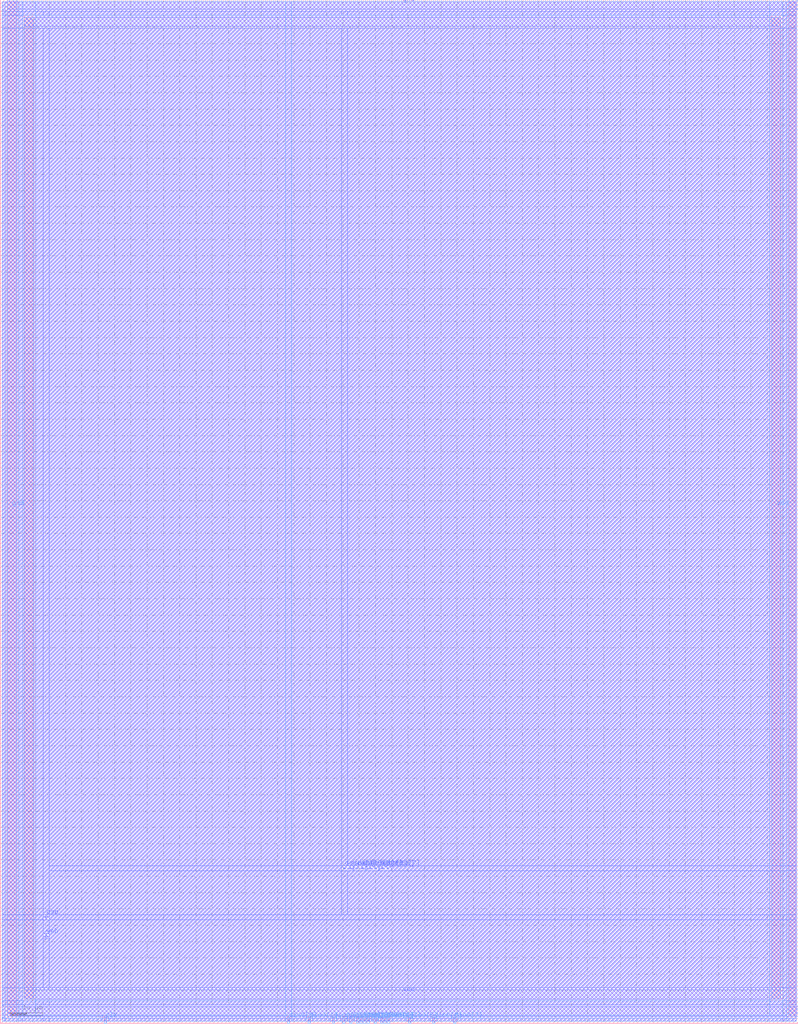
<source format=lef>
VERSION 5.4 ;
NAMESCASESENSITIVE ON ;
BUSBITCHARS "[]" ;
DIVIDERCHAR "/" ;
UNITS
  DATABASE MICRONS 2000 ;
END UNITS
MACRO sram_0rw2r1w_8_128_sky130A
   CLASS BLOCK ;
   SIZE 244.56 BY 313.46 ;
   SYMMETRY X Y R90 ;
   PIN din0[0]
      DIRECTION INPUT ;
      PORT
         LAYER met4 ;
         RECT  87.98 0.0 88.74 1.82 ;
      END
   END din0[0]
   PIN din0[1]
      DIRECTION INPUT ;
      PORT
         LAYER met4 ;
         RECT  94.34 0.0 95.1 1.82 ;
      END
   END din0[1]
   PIN din0[2]
      DIRECTION INPUT ;
      PORT
         LAYER met4 ;
         RECT  101.76 0.0 102.52 1.82 ;
      END
   END din0[2]
   PIN din0[3]
      DIRECTION INPUT ;
      PORT
         LAYER met4 ;
         RECT  110.24 0.0 111.0 1.82 ;
      END
   END din0[3]
   PIN din0[4]
      DIRECTION INPUT ;
      PORT
         LAYER met4 ;
         RECT  117.66 0.0 118.42 1.82 ;
      END
   END din0[4]
   PIN din0[5]
      DIRECTION INPUT ;
      PORT
         LAYER met4 ;
         RECT  125.08 0.0 125.84 1.82 ;
      END
   END din0[5]
   PIN din0[6]
      DIRECTION INPUT ;
      PORT
         LAYER met4 ;
         RECT  132.5 0.0 133.26 1.82 ;
      END
   END din0[6]
   PIN din0[7]
      DIRECTION INPUT ;
      PORT
         LAYER met4 ;
         RECT  138.86 0.0 139.62 1.82 ;
      END
   END din0[7]
   PIN addr[0]
      DIRECTION INPUT ;
      PORT
      END
   END addr[0]
   PIN addr[1]
      DIRECTION INPUT ;
      PORT
      END
   END addr[1]
   PIN addr[2]
      DIRECTION INPUT ;
      PORT
      END
   END addr[2]
   PIN addr[3]
      DIRECTION INPUT ;
      PORT
      END
   END addr[3]
   PIN addr[4]
      DIRECTION INPUT ;
      PORT
      END
   END addr[4]
   PIN addr[5]
      DIRECTION INPUT ;
      PORT
      END
   END addr[5]
   PIN addr[6]
      DIRECTION INPUT ;
      PORT
      END
   END addr[6]
   PIN addr[7]
      DIRECTION INPUT ;
      PORT
      END
   END addr[7]
   PIN addr[8]
      DIRECTION INPUT ;
      PORT
      END
   END addr[8]
   PIN csb
      DIRECTION INPUT ;
      PORT
         LAYER met3 ;
         RECT  13.725 32.335 14.385 32.705 ;
      END
   END csb
   PIN web
      DIRECTION INPUT ;
      PORT
         LAYER met3 ;
         RECT  13.725 26.415 14.385 26.785 ;
      END
   END web
   PIN clk
      DIRECTION INPUT ;
      PORT
         LAYER met4 ;
         RECT  31.8 0.0 32.56 1.82 ;
      END
   END clk
   PIN dout0[0]
      DIRECTION OUTPUT ;
      PORT
         LAYER met4 ;
         RECT  104.94 0.0 105.7 1.82 ;
      END
   END dout0[0]
   PIN dout1[0]
      DIRECTION OUTPUT ;
      PORT
         LAYER met3 ;
         RECT  105.17 47.255 105.83 47.625 ;
      END
   END dout1[0]
   PIN dout0[1]
      DIRECTION OUTPUT ;
      PORT
         LAYER met4 ;
         RECT  107.06 0.0 107.82 1.82 ;
      END
   END dout0[1]
   PIN dout1[1]
      DIRECTION OUTPUT ;
      PORT
         LAYER met3 ;
         RECT  106.85 47.255 107.51 47.625 ;
      END
   END dout1[1]
   PIN dout0[2]
      DIRECTION OUTPUT ;
      PORT
         LAYER met4 ;
         RECT  109.18 0.0 109.94 1.82 ;
      END
   END dout0[2]
   PIN dout1[2]
      DIRECTION OUTPUT ;
      PORT
         LAYER met3 ;
         RECT  109.06 47.255 109.72 47.625 ;
      END
   END dout1[2]
   PIN dout0[3]
      DIRECTION OUTPUT ;
      PORT
         LAYER met4 ;
         RECT  111.3 0.0 112.06 1.82 ;
      END
   END dout0[3]
   PIN dout1[3]
      DIRECTION OUTPUT ;
      PORT
         LAYER met3 ;
         RECT  110.74 47.255 111.4 47.625 ;
      END
   END dout1[3]
   PIN dout0[4]
      DIRECTION OUTPUT ;
      PORT
         LAYER met4 ;
         RECT  112.36 0.0 113.12 1.82 ;
      END
   END dout0[4]
   PIN dout1[4]
      DIRECTION OUTPUT ;
      PORT
         LAYER met3 ;
         RECT  112.95 47.255 113.61 47.625 ;
      END
   END dout1[4]
   PIN dout0[5]
      DIRECTION OUTPUT ;
      PORT
         LAYER met4 ;
         RECT  114.48 0.0 115.24 1.82 ;
      END
   END dout0[5]
   PIN dout1[5]
      DIRECTION OUTPUT ;
      PORT
         LAYER met3 ;
         RECT  114.63 47.255 115.29 47.625 ;
      END
   END dout1[5]
   PIN dout0[6]
      DIRECTION OUTPUT ;
      PORT
         LAYER met4 ;
         RECT  116.6 0.0 117.36 1.82 ;
      END
   END dout0[6]
   PIN dout1[6]
      DIRECTION OUTPUT ;
      PORT
         LAYER met3 ;
         RECT  116.84 47.255 117.5 47.625 ;
      END
   END dout1[6]
   PIN dout0[7]
      DIRECTION OUTPUT ;
      PORT
         LAYER met4 ;
         RECT  118.72 0.0 119.48 1.82 ;
      END
   END dout0[7]
   PIN dout1[7]
      DIRECTION OUTPUT ;
      PORT
         LAYER met3 ;
         RECT  118.52 47.255 119.18 47.625 ;
      END
   END dout1[7]
   PIN vdd
      DIRECTION INOUT ;
      USE POWER ; 
      SHAPE ABUTMENT ; 
      PORT
         LAYER met4 ;
         RECT  7.42 7.42 10.3 308.16 ;
         LAYER met3 ;
         RECT  7.42 305.28 239.26 308.16 ;
         LAYER met4 ;
         RECT  236.38 7.42 239.26 308.16 ;
         LAYER met3 ;
         RECT  7.42 7.42 239.26 10.3 ;
      END
   END vdd
   PIN gnd
      DIRECTION INOUT ;
      USE GROUND ; 
      SHAPE ABUTMENT ; 
      PORT
         LAYER met4 ;
         RECT  241.68 2.12 244.56 313.46 ;
         LAYER met4 ;
         RECT  2.12 2.12 5.0 313.46 ;
         LAYER met3 ;
         RECT  2.12 2.12 244.56 5.0 ;
         LAYER met3 ;
         RECT  2.12 310.58 244.56 313.46 ;
      END
   END gnd
   OBS
   LAYER  met1 ;
      RECT  0.62 0.62 243.94 312.84 ;
   LAYER  met2 ;
      RECT  0.62 0.62 243.94 312.84 ;
   LAYER  met3 ;
      RECT  0.62 31.735 13.125 33.305 ;
      RECT  14.985 31.735 243.94 33.305 ;
      RECT  13.125 27.385 14.985 31.735 ;
      RECT  14.985 33.305 104.57 46.655 ;
      RECT  14.985 46.655 104.57 48.225 ;
      RECT  104.57 33.305 106.43 46.655 ;
      RECT  106.43 33.305 243.94 46.655 ;
      RECT  108.11 46.655 108.46 48.225 ;
      RECT  112.0 46.655 112.35 48.225 ;
      RECT  115.89 46.655 116.24 48.225 ;
      RECT  119.78 46.655 243.94 48.225 ;
      RECT  0.62 33.305 6.82 304.68 ;
      RECT  0.62 304.68 6.82 308.76 ;
      RECT  6.82 33.305 13.125 304.68 ;
      RECT  13.125 33.305 14.985 304.68 ;
      RECT  14.985 48.225 104.57 304.68 ;
      RECT  104.57 48.225 106.43 304.68 ;
      RECT  106.43 48.225 239.86 304.68 ;
      RECT  239.86 48.225 243.94 304.68 ;
      RECT  239.86 304.68 243.94 308.76 ;
      RECT  0.62 6.82 6.82 10.9 ;
      RECT  0.62 10.9 6.82 31.735 ;
      RECT  6.82 10.9 13.125 31.735 ;
      RECT  14.985 10.9 239.86 31.735 ;
      RECT  239.86 6.82 243.94 10.9 ;
      RECT  239.86 10.9 243.94 31.735 ;
      RECT  13.125 10.9 14.985 25.815 ;
      RECT  0.62 0.62 1.52 1.52 ;
      RECT  0.62 1.52 1.52 5.6 ;
      RECT  0.62 5.6 1.52 6.82 ;
      RECT  1.52 0.62 6.82 1.52 ;
      RECT  1.52 5.6 6.82 6.82 ;
      RECT  6.82 0.62 13.125 1.52 ;
      RECT  6.82 5.6 13.125 6.82 ;
      RECT  14.985 0.62 239.86 1.52 ;
      RECT  14.985 5.6 239.86 6.82 ;
      RECT  239.86 0.62 243.94 1.52 ;
      RECT  239.86 5.6 243.94 6.82 ;
      RECT  13.125 0.62 14.985 1.52 ;
      RECT  13.125 5.6 14.985 6.82 ;
      RECT  0.62 308.76 1.52 309.98 ;
      RECT  0.62 309.98 1.52 312.84 ;
      RECT  1.52 308.76 6.82 309.98 ;
      RECT  6.82 308.76 13.125 309.98 ;
      RECT  13.125 308.76 14.985 309.98 ;
      RECT  14.985 308.76 104.57 309.98 ;
      RECT  104.57 308.76 106.43 309.98 ;
      RECT  106.43 308.76 239.86 309.98 ;
      RECT  239.86 308.76 243.94 309.98 ;
   LAYER  met4 ;
      RECT  87.38 2.42 89.34 312.84 ;
      RECT  89.34 0.62 93.74 2.42 ;
      RECT  95.7 0.62 101.16 2.42 ;
      RECT  126.44 0.62 131.9 2.42 ;
      RECT  133.86 0.62 138.26 2.42 ;
      RECT  33.16 0.62 87.38 2.42 ;
      RECT  103.12 0.62 104.34 2.42 ;
      RECT  106.3 0.62 106.46 2.42 ;
      RECT  108.42 0.62 108.58 2.42 ;
      RECT  113.72 0.62 113.88 2.42 ;
      RECT  115.84 0.62 116.0 2.42 ;
      RECT  120.08 0.62 124.48 2.42 ;
      RECT  6.82 2.42 10.9 6.82 ;
      RECT  6.82 308.76 10.9 312.84 ;
      RECT  10.9 2.42 87.38 6.82 ;
      RECT  10.9 6.82 87.38 308.76 ;
      RECT  10.9 308.76 87.38 312.84 ;
      RECT  89.34 2.42 235.78 6.82 ;
      RECT  89.34 6.82 235.78 308.76 ;
      RECT  89.34 308.76 235.78 312.84 ;
      RECT  235.78 2.42 239.86 6.82 ;
      RECT  235.78 308.76 239.86 312.84 ;
      RECT  140.22 0.62 241.08 1.52 ;
      RECT  140.22 1.52 241.08 2.42 ;
      RECT  241.08 0.62 243.94 1.52 ;
      RECT  239.86 2.42 241.08 6.82 ;
      RECT  239.86 6.82 241.08 308.76 ;
      RECT  239.86 308.76 241.08 312.84 ;
      RECT  0.62 0.62 1.52 1.52 ;
      RECT  0.62 1.52 1.52 2.42 ;
      RECT  1.52 0.62 5.6 1.52 ;
      RECT  5.6 0.62 31.2 1.52 ;
      RECT  5.6 1.52 31.2 2.42 ;
      RECT  0.62 2.42 1.52 6.82 ;
      RECT  5.6 2.42 6.82 6.82 ;
      RECT  0.62 6.82 1.52 308.76 ;
      RECT  5.6 6.82 6.82 308.76 ;
      RECT  0.62 308.76 1.52 312.84 ;
      RECT  5.6 308.76 6.82 312.84 ;
   END
END    sram_0rw2r1w_8_128_sky130A
END    LIBRARY

</source>
